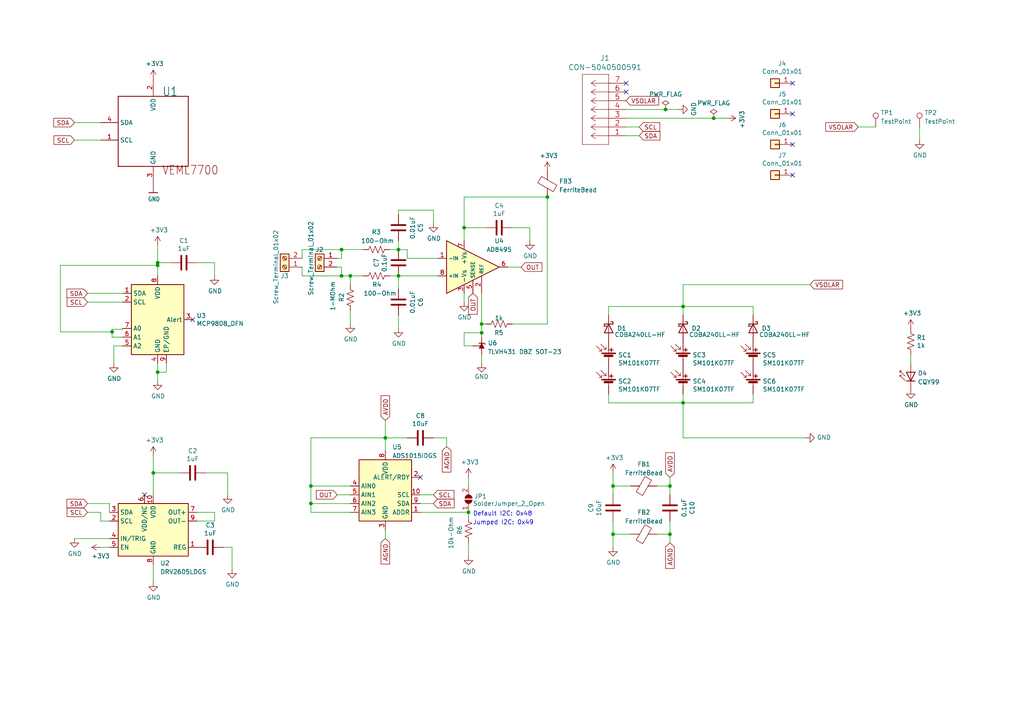
<source format=kicad_sch>
(kicad_sch (version 20211123) (generator eeschema)
  (paper "A4")
  (title_block (title "Solar Panel Board -Z") (date "2023-03-20") (rev "V3") (company "CPP BroncoSpace"))
  (lib_symbols
    (symbol "Adafruit VEML7700-eagle-import:GND" (power)
      (property "Value" "GND" (at -1.524 -2.54 0))
      (symbol "GND_1_0"
        (polyline (pts (xy -1.27 0) (xy 1.27 0)) (stroke (width 0.254)))
        (pin power_in line (at 0 2.54 270) (length 2.54) (name "GND") (number "1"))
      )
    )
    (symbol "Adafruit VEML7700-eagle-import:VEML7700"
      (property "Reference" "IC" (at 2.54 10.16 0))
      (symbol "VEML7700_1_0"
        (polyline (pts (xy -10.16 -10.16) (xy -10.16 10.16)) (stroke (width 0.254)))
        (polyline (pts (xy -10.16 10.16) (xy 10.16 10.16)) (stroke (width 0.254)))
        (polyline (pts (xy 10.16 -10.16) (xy -10.16 -10.16)) (stroke (width 0.254)))
        (polyline (pts (xy 10.16 10.16) (xy 10.16 -10.16)) (stroke (width 0.254)))
        (text "VEML7700" (at 2.54 -12.7 0) (effects (font (size 2.54 2.159)) (justify left bottom)))
        (pin bidirectional line (at -15.24 -2.54 0) (length 5.08) (name "SCL") (number "1"))
        (pin power_in line (at 0 15.24 270) (length 5.08) (name "VDD") (number "2"))
        (pin power_in line (at 0 -15.24 90) (length 5.08) (name "GND") (number "3"))
        (pin bidirectional line (at -15.24 2.54 0) (length 5.08) (name "SDA") (number "4"))
      )
    )
    (symbol "Analog_ADC:ADS1015IDGS"
      (property "Reference" "U" (at 2.54 13.97 0))
      (property "Value" "ADS1015IDGS" (at 7.62 11.43 0))
      (symbol "ADS1015IDGS_0_1"
        (rectangle (start -7.62 10.16) (end 7.62 -7.62) (stroke (width 0.254)) (fill (type background)))
      )
      (symbol "ADS1015IDGS_1_1"
        (pin input line (at 10.16 -5.08 180) (length 2.54) (name "ADDR") (number "1"))
        (pin input line (at 10.16 0 180) (length 2.54) (name "SCL") (number "10"))
        (pin output line (at 10.16 5.08 180) (length 2.54) (name "ALERT/RDY") (number "2"))
        (pin power_in line (at 0 -10.16 90) (length 2.54) (name "GND") (number "3"))
        (pin input line (at -10.16 2.54 0) (length 2.54) (name "AIN0") (number "4"))
        (pin input line (at -10.16 0 0) (length 2.54) (name "AIN1") (number "5"))
        (pin input line (at -10.16 -2.54 0) (length 2.54) (name "AIN2") (number "6"))
        (pin input line (at -10.16 -5.08 0) (length 2.54) (name "AIN3") (number "7"))
        (pin power_in line (at 0 12.7 270) (length 2.54) (name "VDD") (number "8"))
        (pin bidirectional line (at 10.16 -2.54 180) (length 2.54) (name "SDA") (number "9"))
      )
    )
    (symbol "Connector:Screw_Terminal_01x02" (pin_names (offset 1.016) hide)
      (property "Reference" "J" (at 0 2.54 0))
      (property "Value" "Screw_Terminal_01x02" (at 0 -5.08 0))
      (symbol "Screw_Terminal_01x02_1_1"
        (rectangle (start -1.27 1.27) (end 1.27 -3.81) (stroke (width 0.254)) (fill (type background)))
        (circle (center 0 -2.54) (radius 0.635) (stroke (width 0.1524)))
        (polyline (pts (xy -0.5334 -2.2098) (xy 0.3302 -3.048)) (stroke (width 0.1524)))
        (polyline (pts (xy -0.5334 0.3302) (xy 0.3302 -0.508)) (stroke (width 0.1524)))
        (polyline (pts (xy -0.3556 -2.032) (xy 0.508 -2.8702)) (stroke (width 0.1524)))
        (polyline (pts (xy -0.3556 0.508) (xy 0.508 -0.3302)) (stroke (width 0.1524)))
        (circle (center 0 0) (radius 0.635) (stroke (width 0.1524)))
        (pin passive line (at -5.08 0 0) (length 3.81) (name "Pin_1") (number "1"))
        (pin passive line (at -5.08 -2.54 0) (length 3.81) (name "Pin_2") (number "2"))
      )
    )
    (symbol "Connector:TestPoint" (pin_numbers hide) (pin_names (offset 0.762) hide)
      (property "Reference" "TP" (at 0 6.858 0))
      (property "Value" "TestPoint" (at 0 5.08 0))
      (symbol "TestPoint_0_1"
        (circle (center 0 3.302) (radius 0.762))
      )
      (symbol "TestPoint_1_1"
        (pin passive line (at 0 0 90) (length 2.54) (name "1") (number "1"))
      )
    )
    (symbol "Connector_Generic:Conn_01x01" (pin_names (offset 1.016) hide)
      (property "Reference" "J" (at 0 2.54 0))
      (property "Value" "Conn_01x01" (at 0 -2.54 0))
      (symbol "Conn_01x01_1_1"
        (rectangle (start -1.27 0.127) (end 0 -0.127) (stroke (width 0.1524)))
        (rectangle (start -1.27 1.27) (end 1.27 -1.27) (stroke (width 0.254)) (fill (type background)))
        (pin passive line (at -5.08 0 0) (length 3.81) (name "Pin_1") (number "1"))
      )
    )
    (symbol "Device:C" (pin_numbers hide) (pin_names (offset 0.254))
      (property "Reference" "C" (at 0.635 2.54 0))
      (property "Value" "C" (at 0.635 -2.54 0))
      (symbol "C_0_1"
        (polyline (pts (xy -2.032 -0.762) (xy 2.032 -0.762)) (stroke (width 0.508)))
        (polyline (pts (xy -2.032 0.762) (xy 2.032 0.762)) (stroke (width 0.508)))
      )
      (symbol "C_1_1"
        (pin passive line (at 0 3.81 270) (length 2.794) (name "~") (number "1"))
        (pin passive line (at 0 -3.81 90) (length 2.794) (name "~") (number "2"))
      )
    )
    (symbol "Device:D_Schottky" (pin_numbers hide) (pin_names (offset 1.016) hide)
      (property "Reference" "D" (at 0 2.54 0))
      (property "Value" "D_Schottky" (at 0 -2.54 0))
      (symbol "D_Schottky_0_1"
        (polyline (pts (xy 1.27 0) (xy -1.27 0)))
        (polyline (pts (xy 1.27 1.27) (xy 1.27 -1.27) (xy -1.27 0) (xy 1.27 1.27)) (stroke (width 0.254)))
        (polyline (pts (xy -1.905 0.635) (xy -1.905 1.27) (xy -1.27 1.27) (xy -1.27 -1.27) (xy -0.635 -1.27) (xy -0.635 -0.635)) (stroke (width 0.254)))
      )
      (symbol "D_Schottky_1_1"
        (pin passive line (at -3.81 0 0) (length 2.54) (name "K") (number "1"))
        (pin passive line (at 3.81 0 180) (length 2.54) (name "A") (number "2"))
      )
    )
    (symbol "Device:FerriteBead" (pin_numbers hide) (pin_names (offset 0))
      (property "Reference" "FB" (at -3.81 0.635 90))
      (property "Value" "FerriteBead" (at 3.81 0 90))
      (symbol "FerriteBead_0_1"
        (polyline (pts (xy 0 -1.27) (xy 0 -1.2192)))
        (polyline (pts (xy 0 1.27) (xy 0 1.2954)))
        (polyline (pts (xy -2.7686 0.4064) (xy -1.7018 2.2606) (xy 2.7686 -0.3048) (xy 1.6764 -2.159) (xy -2.7686 0.4064)))
      )
      (symbol "FerriteBead_1_1"
        (pin passive line (at 0 3.81 270) (length 2.54) (name "~") (number "1"))
        (pin passive line (at 0 -3.81 90) (length 2.54) (name "~") (number "2"))
      )
    )
    (symbol "Device:R_US" (pin_numbers hide) (pin_names (offset 0))
      (property "Reference" "R" (at 2.54 0 90))
      (property "Value" "R_US" (at -2.54 0 90))
      (symbol "R_US_0_1"
        (polyline (pts (xy 0 -2.286) (xy 0 -2.54)))
        (polyline (pts (xy 0 2.286) (xy 0 2.54)))
        (polyline (pts (xy 0 -0.762) (xy 1.016 -1.143) (xy 0 -1.524) (xy -1.016 -1.905) (xy 0 -2.286)))
        (polyline (pts (xy 0 0.762) (xy 1.016 0.381) (xy 0 0) (xy -1.016 -0.381) (xy 0 -0.762)))
        (polyline (pts (xy 0 2.286) (xy 1.016 1.905) (xy 0 1.524) (xy -1.016 1.143) (xy 0 0.762)))
      )
      (symbol "R_US_1_1"
        (pin passive line (at 0 3.81 270) (length 1.27) (name "~") (number "1"))
        (pin passive line (at 0 -3.81 90) (length 1.27) (name "~") (number "2"))
      )
    )
    (symbol "Device:Solar_Cell" (pin_numbers hide) (pin_names (offset 0) hide)
      (property "Reference" "SC" (at 2.54 2.54 0))
      (property "Value" "Solar_Cell" (at 2.54 0 0))
      (symbol "Solar_Cell_0_1"
        (rectangle (start -2.032 1.778) (end 2.032 1.524) (fill (type outline)))
        (rectangle (start -1.3208 1.1938) (end 1.27 0.6858) (fill (type outline)))
        (polyline (pts (xy -2.032 2.286) (xy -3.556 3.81)))
        (polyline (pts (xy -0.762 2.794) (xy -2.286 4.318)))
        (polyline (pts (xy 0 0.762) (xy 0 0)))
        (polyline (pts (xy 0 1.778) (xy 0 2.54)))
        (polyline (pts (xy 0.254 2.667) (xy 1.27 2.667)) (stroke (width 0.254)))
        (polyline (pts (xy 0.762 3.175) (xy 0.762 2.159)) (stroke (width 0.254)))
        (polyline (pts (xy -2.032 3.048) (xy -2.032 2.286) (xy -2.794 2.286)))
        (polyline (pts (xy -0.762 3.556) (xy -0.762 2.794) (xy -1.524 2.794)))
      )
      (symbol "Solar_Cell_1_1"
        (pin passive line (at 0 5.08 270) (length 2.54) (name "+") (number "1"))
        (pin passive line (at 0 -2.54 90) (length 2.54) (name "-") (number "2"))
      )
    )
    (symbol "Driver_Haptic:DRV2605LDGS"
      (property "Reference" "U" (at -10.16 8.255 0))
      (property "Value" "DRV2605LDGS" (at 2.54 -8.89 0))
      (symbol "DRV2605LDGS_0_1"
        (rectangle (start -10.16 7.62) (end 10.16 -7.62) (stroke (width 0.254)) (fill (type background)))
      )
      (symbol "DRV2605LDGS_1_1"
        (pin passive line (at 12.7 -5.08 180) (length 2.54) (name "REG") (number "1"))
        (pin power_in line (at 0 10.16 270) (length 2.54) (name "VDD") (number "10"))
        (pin input line (at -12.7 2.54 0) (length 2.54) (name "SCL") (number "2"))
        (pin bidirectional line (at -12.7 5.08 0) (length 2.54) (name "SDA") (number "3"))
        (pin input line (at -12.7 -2.54 0) (length 2.54) (name "IN/TRIG") (number "4"))
        (pin input line (at -12.7 -5.08 0) (length 2.54) (name "EN") (number "5"))
        (pin power_in line (at -2.54 10.16 270) (length 2.54) (name "VDD/NC") (number "6"))
        (pin output line (at 12.7 5.08 180) (length 2.54) (name "OUT+") (number "7"))
        (pin power_in line (at 0 -10.16 90) (length 2.54) (name "GND") (number "8"))
        (pin output line (at 12.7 2.54 180) (length 2.54) (name "OUT-") (number "9"))
      )
    )
    (symbol "Jumper:SolderJumper_2_Open" (pin_names (offset 0) hide)
      (property "Reference" "JP" (at 0 2.032 0))
      (property "Value" "SolderJumper_2_Open" (at 0 -2.54 0))
      (symbol "SolderJumper_2_Open_0_1"
        (arc (start -0.254 1.016) (mid -1.27 0) (end -0.254 -1.016))
        (arc (start -0.254 1.016) (mid -1.27 0) (end -0.254 -1.016) (fill (type outline)))
        (polyline (pts (xy -0.254 1.016) (xy -0.254 -1.016)))
        (polyline (pts (xy 0.254 1.016) (xy 0.254 -1.016)))
        (arc (start 0.254 -1.016) (mid 1.27 0) (end 0.254 1.016))
        (arc (start 0.254 -1.016) (mid 1.27 0) (end 0.254 1.016) (fill (type outline)))
      )
      (symbol "SolderJumper_2_Open_1_1"
        (pin passive line (at -3.81 0 0) (length 2.54) (name "A") (number "1"))
        (pin passive line (at 3.81 0 180) (length 2.54) (name "B") (number "2"))
      )
    )
    (symbol "LED:CQY99" (pin_numbers hide) (pin_names (offset 1.016) hide)
      (property "Reference" "D" (at 0.508 1.778 0))
      (property "Value" "CQY99" (at -1.016 -2.794 0))
      (symbol "CQY99_0_1"
        (polyline (pts (xy -2.54 1.27) (xy -2.54 -1.27)) (stroke (width 0.254)))
        (polyline (pts (xy 0 0) (xy -2.54 0)))
        (polyline (pts (xy 0.381 3.175) (xy -0.127 3.175)))
        (polyline (pts (xy -1.143 1.651) (xy 0.381 3.175) (xy 0.381 2.667)))
        (polyline (pts (xy 0 -1.27) (xy -2.54 0) (xy 0 1.27) (xy 0 -1.27)) (stroke (width 0.254)))
        (polyline (pts (xy -2.413 1.651) (xy -0.889 3.175) (xy -0.889 2.667) (xy -0.889 3.175) (xy -1.397 3.175)))
      )
      (symbol "CQY99_1_1"
        (pin passive line (at -5.08 0 0) (length 2.54) (name "K") (number "1"))
        (pin passive line (at 2.54 0 180) (length 2.54) (name "A") (number "2"))
      )
    )
    (symbol "Reference_Voltage:TL431DBZ" (pin_numbers hide) (pin_names hide)
      (property "Reference" "U" (at -2.54 2.54 0))
      (property "Value" "TL431DBZ" (at 0 -2.54 0))
      (symbol "TL431DBZ_0_1"
        (polyline (pts (xy -1.27 0) (xy 0 0) (xy 1.27 0)))
        (polyline (pts (xy -0.762 0.762) (xy 0.762 0) (xy -0.762 -0.762)) (fill (type outline)))
        (polyline (pts (xy 0.508 -1.016) (xy 0.762 -0.762) (xy 0.762 0.762) (xy 0.762 0.762)) (stroke (width 0.254)))
      )
      (symbol "TL431DBZ_1_1"
        (pin passive line (at 2.54 0 180) (length 2.54) (name "K") (number "1"))
        (pin passive line (at 0 2.54 270) (length 2.54) (name "REF") (number "2"))
        (pin passive line (at -2.54 0 0) (length 2.54) (name "A") (number "3"))
      )
    )
    (symbol "Sensor_Temperature:AD8495"
      (property "Reference" "U" (at 5.08 3.81 0))
      (property "Value" "AD8495" (at 8.89 -3.81 0))
      (symbol "AD8495_0_1"
        (polyline (pts (xy -7.62 7.62) (xy 7.62 0) (xy -7.62 -7.62) (xy -7.62 7.62)) (stroke (width 0.254)) (fill (type background)))
      )
      (symbol "AD8495_1_1"
        (pin input line (at -10.16 2.54 0) (length 2.54) (name "-IN") (number "1"))
        (pin input line (at 2.54 -7.62 90) (length 5.08) (name "REF") (number "2"))
        (pin power_in line (at -2.54 -7.62 90) (length 2.54) (name "-Vs") (number "3"))
        (pin no_connect line (at -5.08 0 180) (length 2.54) hide (name "NC") (number "4"))
        (pin passive line (at 0 -7.62 90) (length 3.81) (name "SENSE") (number "5"))
        (pin output line (at 10.16 0 180) (length 2.54) (name "~") (number "6"))
        (pin power_in line (at -2.54 7.62 270) (length 2.54) (name "+Vs") (number "7"))
        (pin input line (at -10.16 -2.54 0) (length 2.54) (name "+IN") (number "8"))
      )
    )
    (symbol "Sensor_Temperature:MCP9808_DFN"
      (property "Reference" "U" (at -6.35 11.43 0))
      (property "Value" "MCP9808_DFN" (at 10.16 11.43 0))
      (symbol "MCP9808_DFN_0_1"
        (rectangle (start -7.62 10.16) (end 7.62 -10.16) (stroke (width 0.254)) (fill (type background)))
      )
      (symbol "MCP9808_DFN_1_1"
        (pin bidirectional line (at -10.16 7.62 0) (length 2.54) (name "SDA") (number "1"))
        (pin input line (at -10.16 5.08 0) (length 2.54) (name "SCL") (number "2"))
        (pin output line (at 10.16 0 180) (length 2.54) (name "Alert") (number "3"))
        (pin power_in line (at 0 -12.7 90) (length 2.54) (name "GND") (number "4"))
        (pin input line (at -10.16 -7.62 0) (length 2.54) (name "A2") (number "5"))
        (pin input line (at -10.16 -5.08 0) (length 2.54) (name "A1") (number "6"))
        (pin input line (at -10.16 -2.54 0) (length 2.54) (name "A0") (number "7"))
        (pin power_in line (at 0 12.7 270) (length 2.54) (name "VDD") (number "8"))
        (pin power_in line (at 2.54 -12.7 90) (length 2.54) (name "EP/GND") (number "9"))
      )
    )
    (symbol "power:GND" (power) (pin_names (offset 0))
      (property "Value" "GND" (at 0 -3.81 0))
      (symbol "GND_0_1"
        (polyline (pts (xy 0 0) (xy 0 -1.27) (xy 1.27 -1.27) (xy 0 -2.54) (xy -1.27 -1.27) (xy 0 -1.27)))
      )
      (symbol "GND_1_1"
        (pin power_in line (at 0 0 270) (length 0) hide (name "GND") (number "1"))
      )
    )
    (symbol "power:PWR_FLAG" (power) (pin_numbers hide) (pin_names (offset 0) hide)
      (property "Value" "PWR_FLAG" (at 0 3.81 0))
      (symbol "PWR_FLAG_0_0"
        (pin power_out line (at 0 0 90) (length 0) (name "pwr") (number "1"))
      )
      (symbol "PWR_FLAG_0_1"
        (polyline (pts (xy 0 0) (xy 0 1.27) (xy -1.016 1.905) (xy 0 2.54) (xy 1.016 1.905) (xy 0 1.27)))
      )
    )
    (symbol "solar-panel-side-Z-rescue:+3.3V-power" (power) (pin_names (offset 0))
      (property "Value" "+3.3V-power" (at 0 3.556 0))
      (symbol "+3.3V-power_0_1"
        (polyline (pts (xy -0.762 1.27) (xy 0 2.54)))
        (polyline (pts (xy 0 0) (xy 0 2.54)))
        (polyline (pts (xy 0 2.54) (xy 0.762 1.27)))
      )
      (symbol "+3.3V-power_1_1"
        (pin power_in line (at 0 0 90) (length 0) hide (name "+3V3") (number "1"))
      )
    )
    (symbol "solar-panel-side-Z-rescue:CON-5040500591-ExtraComponents" (pin_names (offset 0.254) hide)
      (property "Reference" "J" (at 8.89 6.35 0))
      (property "Value" "CON-5040500591-ExtraComponents" (at 10.16 -7.62 0))
      (symbol "CON-5040500591-ExtraComponents_1_1"
        (polyline (pts (xy 5.08 -17.78) (xy 12.7 -17.78)) (stroke (width 0.127)))
        (polyline (pts (xy 5.08 2.54) (xy 5.08 -17.78)) (stroke (width 0.127)))
        (polyline (pts (xy 10.16 -15.24) (xy 5.08 -15.24)) (stroke (width 0.127)))
        (polyline (pts (xy 10.16 -15.24) (xy 8.89 -16.0782)) (stroke (width 0.127)))
        (polyline (pts (xy 10.16 -15.24) (xy 8.89 -14.4018)) (stroke (width 0.127)))
        (polyline (pts (xy 10.16 -12.7) (xy 5.08 -12.7)) (stroke (width 0.127)))
        (polyline (pts (xy 10.16 -12.7) (xy 8.89 -13.5382)) (stroke (width 0.127)))
        (polyline (pts (xy 10.16 -12.7) (xy 8.89 -11.8618)) (stroke (width 0.127)))
        (polyline (pts (xy 10.16 -10.16) (xy 5.08 -10.16)) (stroke (width 0.127)))
        (polyline (pts (xy 10.16 -10.16) (xy 8.89 -10.9982)) (stroke (width 0.127)))
        (polyline (pts (xy 10.16 -10.16) (xy 8.89 -9.3218)) (stroke (width 0.127)))
        (polyline (pts (xy 10.16 -7.62) (xy 5.08 -7.62)) (stroke (width 0.127)))
        (polyline (pts (xy 10.16 -7.62) (xy 8.89 -8.4582)) (stroke (width 0.127)))
        (polyline (pts (xy 10.16 -7.62) (xy 8.89 -6.7818)) (stroke (width 0.127)))
        (polyline (pts (xy 10.16 -5.08) (xy 5.08 -5.08)) (stroke (width 0.127)))
        (polyline (pts (xy 10.16 -5.08) (xy 8.89 -5.9182)) (stroke (width 0.127)))
        (polyline (pts (xy 10.16 -5.08) (xy 8.89 -4.2418)) (stroke (width 0.127)))
        (polyline (pts (xy 10.16 -2.54) (xy 5.08 -2.54)) (stroke (width 0.127)))
        (polyline (pts (xy 10.16 -2.54) (xy 8.89 -3.3782)) (stroke (width 0.127)))
        (polyline (pts (xy 10.16 -2.54) (xy 8.89 -1.7018)) (stroke (width 0.127)))
        (polyline (pts (xy 10.16 0) (xy 5.08 0)) (stroke (width 0.127)))
        (polyline (pts (xy 10.16 0) (xy 8.89 -0.8382)) (stroke (width 0.127)))
        (polyline (pts (xy 10.16 0) (xy 8.89 0.8382)) (stroke (width 0.127)))
        (polyline (pts (xy 12.7 -17.78) (xy 12.7 2.54)) (stroke (width 0.127)))
        (polyline (pts (xy 12.7 2.54) (xy 5.08 2.54)) (stroke (width 0.127)))
        (pin unspecified line (at 0 0 0) (length 5.08) (name "1") (number "1"))
        (pin unspecified line (at 0 -2.54 0) (length 5.08) (name "2") (number "2"))
        (pin unspecified line (at 0 -5.08 0) (length 5.08) (name "3") (number "3"))
        (pin unspecified line (at 0 -7.62 0) (length 5.08) (name "4") (number "4"))
        (pin unspecified line (at 0 -10.16 0) (length 5.08) (name "5") (number "5"))
        (pin unspecified line (at 0 -12.7 0) (length 5.08) (name "6") (number "6"))
        (pin unspecified line (at 0 -15.24 0) (length 5.08) (name "7") (number "7"))
      )
    )
  )
  (junction (at 90.17 146.05))
  (junction (at 194.31 140.97))
  (junction (at 139.7 96.52))
  (junction (at 101.6 80.01))
  (junction (at 45.72 107.95))
  (junction (at 99.06 72.39))
  (junction (at 32.512 96.266))
  (junction (at 177.8 140.97))
  (junction (at 139.7 93.98))
  (junction (at 115.57 72.39))
  (junction (at 44.45 137.16))
  (junction (at 158.75 57.15))
  (junction (at 194.31 154.94))
  (junction (at 198.12 88.9))
  (junction (at 198.12 116.84))
  (junction (at 193.04 31.75))
  (junction (at 45.72 76.2))
  (junction (at 115.57 80.01))
  (junction (at 111.76 127))
  (junction (at 207.01 34.29))
  (junction (at 45.72 76.962))
  (junction (at 135.89 148.59))
  (junction (at 99.06 80.01))
  (junction (at 90.17 140.97))
  (junction (at 134.62 66.04))
  (junction (at 177.8 154.94))
  (no_connect (at 181.61 24.13))
  (no_connect (at 229.87 41.91))
  (no_connect (at 229.87 33.02))
  (no_connect (at 41.91 143.51))
  (no_connect (at 55.88 92.71))
  (no_connect (at 181.61 26.67))
  (no_connect (at 229.87 24.13))
  (no_connect (at 229.87 50.8))
  (no_connect (at 121.92 138.43))
  (wire (pts (xy 115.57 62.23) (xy 115.57 60.96)))
  (wire (pts (xy 190.5 154.94) (xy 194.31 154.94)))
  (wire (pts (xy 25.4 87.63) (xy 35.56 87.63)))
  (wire (pts (xy 99.06 80.01) (xy 87.63 80.01)))
  (wire (pts (xy 198.12 82.55) (xy 234.95 82.55)))
  (wire (pts (xy 134.62 69.85) (xy 134.62 66.04)))
  (wire (pts (xy 101.6 80.01) (xy 105.41 80.01)))
  (wire (pts (xy 139.7 96.52) (xy 139.7 97.79)))
  (wire (pts (xy 139.7 93.98) (xy 139.7 96.52)))
  (wire (pts (xy 48.26 107.95) (xy 45.72 107.95)))
  (wire (pts (xy 32.512 95.504) (xy 35.56 95.504)))
  (wire (pts (xy 181.61 34.29) (xy 207.01 34.29)))
  (wire (pts (xy 181.61 36.83) (xy 185.42 36.83)))
  (wire (pts (xy 29.21 148.59) (xy 29.21 151.13)))
  (wire (pts (xy 44.45 137.16) (xy 44.45 143.51)))
  (wire (pts (xy 101.6 143.51) (xy 97.79 143.51)))
  (wire (pts (xy 177.8 151.13) (xy 177.8 154.94)))
  (wire (pts (xy 101.6 80.01) (xy 101.6 82.55)))
  (wire (pts (xy 153.67 66.04) (xy 153.67 69.85)))
  (wire (pts (xy 134.62 100.33) (xy 137.16 100.33)))
  (wire (pts (xy 31.75 146.05) (xy 31.75 148.59)))
  (wire (pts (xy 62.23 76.2) (xy 62.23 80.01)))
  (wire (pts (xy 127 74.93) (xy 118.11 74.93)))
  (wire (pts (xy 198.12 116.84) (xy 218.44 116.84)))
  (wire (pts (xy 45.72 76.2) (xy 45.72 76.962)))
  (wire (pts (xy 87.63 80.01) (xy 87.63 77.47)))
  (wire (pts (xy 99.06 80.01) (xy 101.6 80.01)))
  (wire (pts (xy 177.8 140.97) (xy 177.8 143.51)))
  (wire (pts (xy 147.32 77.47) (xy 151.13 77.47)))
  (wire (pts (xy 17.526 76.962) (xy 17.526 96.266)))
  (wire (pts (xy 121.92 148.59) (xy 135.89 148.59)))
  (wire (pts (xy 254 36.83) (xy 248.92 36.83)))
  (wire (pts (xy 87.63 72.39) (xy 87.63 74.93)))
  (wire (pts (xy 48.26 105.41) (xy 48.26 107.95)))
  (wire (pts (xy 90.17 127) (xy 111.76 127)))
  (wire (pts (xy 135.89 138.43) (xy 135.89 140.97)))
  (wire (pts (xy 194.31 154.94) (xy 194.31 157.48)))
  (wire (pts (xy 90.17 146.05) (xy 101.6 146.05)))
  (wire (pts (xy 44.45 163.83) (xy 44.45 168.91)))
  (wire (pts (xy 158.75 57.15) (xy 134.62 57.15)))
  (wire (pts (xy 45.72 76.962) (xy 17.526 76.962)))
  (wire (pts (xy 29.21 35.56) (xy 21.59 35.56)))
  (wire (pts (xy 99.06 72.39) (xy 87.63 72.39)))
  (wire (pts (xy 198.12 91.44) (xy 198.12 88.9)))
  (wire (pts (xy 125.73 127) (xy 129.54 127)))
  (wire (pts (xy 32.512 96.266) (xy 32.512 95.504)))
  (wire (pts (xy 194.31 140.97) (xy 194.31 143.51)))
  (wire (pts (xy 57.15 151.13) (xy 62.23 151.13)))
  (wire (pts (xy 97.79 74.93) (xy 99.06 74.93)))
  (wire (pts (xy 198.12 88.9) (xy 218.44 88.9)))
  (wire (pts (xy 177.8 140.97) (xy 182.88 140.97)))
  (wire (pts (xy 25.4 85.09) (xy 35.56 85.09)))
  (wire (pts (xy 134.62 96.52) (xy 139.7 96.52)))
  (wire (pts (xy 57.15 148.59) (xy 62.23 148.59)))
  (wire (pts (xy 129.54 127) (xy 129.54 129.54)))
  (wire (pts (xy 35.56 97.79) (xy 32.512 97.79)))
  (wire (pts (xy 25.4 148.59) (xy 29.21 148.59)))
  (wire (pts (xy 177.8 154.94) (xy 182.88 154.94)))
  (wire (pts (xy 97.79 77.47) (xy 99.06 77.47)))
  (wire (pts (xy 148.59 93.98) (xy 158.75 93.98)))
  (wire (pts (xy 45.72 76.2) (xy 49.53 76.2)))
  (wire (pts (xy 115.57 91.44) (xy 115.57 95.25)))
  (wire (pts (xy 45.72 107.95) (xy 45.72 110.49)))
  (wire (pts (xy 99.06 72.39) (xy 105.41 72.39)))
  (wire (pts (xy 21.59 40.64) (xy 29.21 40.64)))
  (wire (pts (xy 135.89 148.59) (xy 135.89 149.86)))
  (wire (pts (xy 181.61 31.75) (xy 193.04 31.75)))
  (wire (pts (xy 139.7 85.09) (xy 139.7 93.98)))
  (wire (pts (xy 193.04 31.75) (xy 196.85 31.75)))
  (wire (pts (xy 198.12 127) (xy 233.68 127)))
  (wire (pts (xy 176.53 88.9) (xy 198.12 88.9)))
  (wire (pts (xy 177.8 137.16) (xy 177.8 140.97)))
  (wire (pts (xy 134.62 66.04) (xy 140.97 66.04)))
  (wire (pts (xy 194.31 138.43) (xy 194.31 140.97)))
  (wire (pts (xy 90.17 140.97) (xy 101.6 140.97)))
  (wire (pts (xy 113.03 80.01) (xy 115.57 80.01)))
  (wire (pts (xy 29.21 158.75) (xy 31.75 158.75)))
  (wire (pts (xy 45.72 76.962) (xy 45.72 80.01)))
  (wire (pts (xy 25.4 146.05) (xy 31.75 146.05)))
  (wire (pts (xy 121.92 143.51) (xy 125.73 143.51)))
  (wire (pts (xy 113.03 72.39) (xy 115.57 72.39)))
  (wire (pts (xy 198.12 127) (xy 198.12 116.84)))
  (wire (pts (xy 134.62 57.15) (xy 134.62 66.04)))
  (wire (pts (xy 115.57 72.39) (xy 118.11 72.39)))
  (wire (pts (xy 111.76 127) (xy 111.76 130.81)))
  (wire (pts (xy 44.45 137.16) (xy 52.07 137.16)))
  (wire (pts (xy 115.57 80.01) (xy 127 80.01)))
  (wire (pts (xy 176.53 116.84) (xy 198.12 116.84)))
  (wire (pts (xy 45.72 71.12) (xy 45.72 76.2)))
  (wire (pts (xy 198.12 116.84) (xy 198.12 114.3)))
  (wire (pts (xy 90.17 146.05) (xy 90.17 140.97)))
  (wire (pts (xy 59.69 137.16) (xy 66.04 137.16)))
  (wire (pts (xy 177.8 154.94) (xy 177.8 158.75)))
  (wire (pts (xy 181.61 39.37) (xy 185.42 39.37)))
  (wire (pts (xy 115.57 60.96) (xy 125.73 60.96)))
  (wire (pts (xy 90.17 148.59) (xy 90.17 146.05)))
  (wire (pts (xy 134.62 96.52) (xy 134.62 100.33)))
  (wire (pts (xy 194.31 151.13) (xy 194.31 154.94)))
  (wire (pts (xy 66.04 137.16) (xy 66.04 143.51)))
  (wire (pts (xy 29.21 151.13) (xy 31.75 151.13)))
  (wire (pts (xy 17.526 96.266) (xy 32.512 96.266)))
  (wire (pts (xy 64.77 158.75) (xy 67.31 158.75)))
  (wire (pts (xy 99.06 80.01) (xy 99.06 77.47)))
  (wire (pts (xy 90.17 140.97) (xy 90.17 127)))
  (wire (pts (xy 134.62 85.09) (xy 134.62 87.63)))
  (wire (pts (xy 207.01 34.29) (xy 210.82 34.29)))
  (wire (pts (xy 176.53 88.9) (xy 176.53 91.44)))
  (wire (pts (xy 115.57 69.85) (xy 115.57 72.39)))
  (wire (pts (xy 198.12 88.9) (xy 198.12 82.55)))
  (wire (pts (xy 125.73 60.96) (xy 125.73 64.77)))
  (wire (pts (xy 118.11 74.93) (xy 118.11 72.39)))
  (wire (pts (xy 218.44 116.84) (xy 218.44 114.3)))
  (wire (pts (xy 62.23 151.13) (xy 62.23 148.59)))
  (wire (pts (xy 264.16 105.41) (xy 264.16 102.87)))
  (wire (pts (xy 44.45 132.08) (xy 44.45 137.16)))
  (wire (pts (xy 218.44 91.44) (xy 218.44 88.9)))
  (wire (pts (xy 158.75 57.15) (xy 158.75 93.98)))
  (wire (pts (xy 139.7 102.87) (xy 139.7 105.41)))
  (wire (pts (xy 121.92 146.05) (xy 125.73 146.05)))
  (wire (pts (xy 140.97 93.98) (xy 139.7 93.98)))
  (wire (pts (xy 101.6 90.17) (xy 101.6 93.98)))
  (wire (pts (xy 111.76 121.92) (xy 111.76 127)))
  (wire (pts (xy 35.56 95.504) (xy 35.56 95.25)))
  (wire (pts (xy 21.59 156.21) (xy 31.75 156.21)))
  (wire (pts (xy 32.512 97.79) (xy 32.512 96.266)))
  (wire (pts (xy 67.31 158.75) (xy 67.31 165.1)))
  (wire (pts (xy 33.02 100.33) (xy 33.02 105.41)))
  (wire (pts (xy 45.72 105.41) (xy 45.72 107.95)))
  (wire (pts (xy 111.76 153.67) (xy 111.76 156.21)))
  (wire (pts (xy 101.6 148.59) (xy 90.17 148.59)))
  (wire (pts (xy 148.59 66.04) (xy 153.67 66.04)))
  (wire (pts (xy 111.76 127) (xy 118.11 127)))
  (wire (pts (xy 35.56 100.33) (xy 33.02 100.33)))
  (wire (pts (xy 57.15 76.2) (xy 62.23 76.2)))
  (wire (pts (xy 99.06 72.39) (xy 99.06 74.93)))
  (wire (pts (xy 135.89 157.48) (xy 135.89 161.29)))
  (wire (pts (xy 190.5 140.97) (xy 194.31 140.97)))
  (wire (pts (xy 266.7 36.83) (xy 266.7 40.64)))
  (wire (pts (xy 115.57 80.01) (xy 115.57 83.82)))
  (wire (pts (xy 176.53 116.84) (xy 176.53 114.3)))
  (text "Default I2C: 0x48" (at 137.16 149.86 0) (effects (font (size 1.27 1.27)) (justify left bottom)))
  (text "Jumped I2C: 0x49" (at 137.16 152.4 0) (effects (font (size 1.27 1.27)) (justify left bottom)))
  (global_label "SDA" (shape input) (at 21.59 35.56 180) (property "Intersheet References" "${INTERSHEET_REFS}" (effects hide)))
  (global_label "SCL" (shape input) (at 25.4 87.63 180) (property "Intersheet References" "${INTERSHEET_REFS}" (effects hide)))
  (global_label "OUT" (shape input) (at 97.79 143.51 180) (property "Intersheet References" "${INTERSHEET_REFS}" (effects hide)))
  (global_label "AVDD" (shape input) (at 111.76 121.92 90) (property "Intersheet References" "${INTERSHEET_REFS}" (effects hide)))
  (global_label "SDA" (shape input) (at 125.73 146.05 0) (property "Intersheet References" "${INTERSHEET_REFS}" (effects hide)))
  (global_label "OUT" (shape input) (at 151.13 77.47 0) (property "Intersheet References" "${INTERSHEET_REFS}" (effects hide)))
  (global_label "AGND" (shape input) (at 129.54 129.54 270) (property "Intersheet References" "${INTERSHEET_REFS}" (effects hide)))
  (global_label "SDA" (shape input) (at 185.42 39.37 0) (property "Intersheet References" "${INTERSHEET_REFS}" (effects hide)))
  (global_label "VSOLAR" (shape input) (at 234.95 82.55 0) (property "Intersheet References" "${INTERSHEET_REFS}" (effects hide)))
  (global_label "SCL" (shape input) (at 125.73 143.51 0) (property "Intersheet References" "${INTERSHEET_REFS}" (effects hide)))
  (global_label "SCL" (shape input) (at 25.4 148.59 180) (property "Intersheet References" "${INTERSHEET_REFS}" (effects hide)))
  (global_label "SCL" (shape input) (at 21.59 40.64 180) (property "Intersheet References" "${INTERSHEET_REFS}" (effects hide)))
  (global_label "SDA" (shape input) (at 25.4 146.05 180) (property "Intersheet References" "${INTERSHEET_REFS}" (effects hide)))
  (global_label "AVDD" (shape input) (at 194.31 138.43 90) (property "Intersheet References" "${INTERSHEET_REFS}" (effects hide)))
  (global_label "VSOLAR" (shape input) (at 248.92 36.83 180) (property "Intersheet References" "${INTERSHEET_REFS}" (effects hide)))
  (global_label "AGND" (shape input) (at 111.76 156.21 270) (property "Intersheet References" "${INTERSHEET_REFS}" (effects hide)))
  (global_label "SDA" (shape input) (at 25.4 85.09 180) (property "Intersheet References" "${INTERSHEET_REFS}" (effects hide)))
  (global_label "OUT" (shape input) (at 137.16 85.09 270) (property "Intersheet References" "${INTERSHEET_REFS}" (effects hide)))
  (global_label "AGND" (shape input) (at 194.31 157.48 270) (property "Intersheet References" "${INTERSHEET_REFS}" (effects hide)))
  (global_label "SCL" (shape input) (at 185.42 36.83 0) (property "Intersheet References" "${INTERSHEET_REFS}" (effects hide)))
  (global_label "VSOLAR" (shape input) (at 181.61 29.21 0) (property "Intersheet References" "${INTERSHEET_REFS}" (effects hide)))
  (symbol (lib_id "Device:D_Schottky") (at 176.53 95.25 270) (unit 1)
    (property "Reference" "D1" (at 180.34 95.25 90))
    (property "Value" "CDBA240LL-HF" (at 193.04 97.79 90) (effects (justify right bottom)))
    (property "Footprint" "SolarPanelBoards:DO-214AC" (effects hide))
  )
  (symbol (lib_id "Device:Solar_Cell") (at 176.53 111.76 0) (unit 1)
    (property "Reference" "SC2" (at 179.2732 110.5916 0) (effects (justify left)))
    (property "Value" "SM101K07TF" (at 179.2732 112.903 0) (effects (justify left)))
    (property "Footprint" "SolarPanelBoards:KXOB101K08F-TR" (effects hide))
  )
  (symbol (lib_id "Device:Solar_Cell") (at 198.12 104.14 0) (unit 1)
    (property "Reference" "SC3" (at 200.8632 102.9716 0) (effects (justify left)))
    (property "Value" "SM101K07TF" (at 200.8632 105.283 0) (effects (justify left)))
    (property "Footprint" "SolarPanelBoards:KXOB101K08F-TR" (effects hide))
  )
  (symbol (lib_id "Device:Solar_Cell") (at 198.12 111.76 0) (unit 1)
    (property "Reference" "SC4" (at 200.8632 110.5916 0) (effects (justify left)))
    (property "Value" "SM101K07TF" (at 200.8632 112.903 0) (effects (justify left)))
    (property "Footprint" "SolarPanelBoards:KXOB101K08F-TR" (effects hide))
  )
  (symbol (lib_id "Device:Solar_Cell") (at 176.53 104.14 0) (unit 1)
    (property "Reference" "SC1" (at 179.2732 102.9716 0) (effects (justify left)))
    (property "Value" "SM101K07TF" (at 179.2732 105.283 0) (effects (justify left)))
    (property "Footprint" "SolarPanelBoards:KXOB101K08F-TR" (effects hide))
  )
  (symbol (lib_id "Device:D_Schottky") (at 198.12 95.25 270) (unit 1)
    (property "Reference" "D2" (at 201.93 95.25 90))
    (property "Value" "CDBA240LL-HF" (at 214.63 97.79 90) (effects (justify right bottom)))
    (property "Footprint" "SolarPanelBoards:DO-214AC" (effects hide))
  )
  (symbol (lib_id "power:GND") (at 233.68 127 90) (unit 1)
    (property "Reference" "#PWR023" (effects hide))
    (property "Value" "GND" (at 236.9312 126.873 90) (effects (justify right)))
  )
  (symbol (lib_id "solar-panel-side-Z-rescue:+3.3V-power") (at 210.82 34.29 270) (unit 1)
    (property "Reference" "#PWR021" (effects hide))
    (property "Value" "+3.3V" (at 215.2142 34.671 0))
  )
  (symbol (lib_id "power:PWR_FLAG") (at 207.01 34.29 0) (unit 1)
    (property "Reference" "#FLG02" (effects hide))
    (property "Value" "PWR_FLAG" (at 207.01 29.8958 0))
  )
  (symbol (lib_id "Device:Solar_Cell") (at 218.44 111.76 0) (unit 1)
    (property "Reference" "SC6" (at 221.1832 110.5916 0) (effects (justify left)))
    (property "Value" "SM101K07TF" (at 221.1832 112.903 0) (effects (justify left)))
    (property "Footprint" "SolarPanelBoards:KXOB101K08F-TR" (effects hide))
  )
  (symbol (lib_id "Device:Solar_Cell") (at 218.44 104.14 0) (unit 1)
    (property "Reference" "SC5" (at 221.1832 102.9716 0) (effects (justify left)))
    (property "Value" "SM101K07TF" (at 221.1832 105.283 0) (effects (justify left)))
    (property "Footprint" "SolarPanelBoards:KXOB101K08F-TR" (effects hide))
  )
  (symbol (lib_id "Device:D_Schottky") (at 218.44 95.25 270) (unit 1)
    (property "Reference" "D3" (at 222.25 95.25 90))
    (property "Value" "CDBA240LL-HF" (at 234.95 97.79 90) (effects (justify right bottom)))
    (property "Footprint" "SolarPanelBoards:DO-214AC" (effects hide))
  )
  (symbol (lib_id "solar-panel-side-Z-rescue:CON-5040500591-ExtraComponents") (at 181.61 39.37 180) (unit 1)
    (property "Reference" "J1" (at 175.4632 16.8402 0) (effects (font (size 1.524 1.524))))
    (property "Value" "CON-5040500591" (at 175.4632 19.5326 0) (effects (font (size 1.524 1.524))))
    (property "Footprint" "SolarPanelBoards:CON_5040500591" (effects hide))
  )
  (symbol (lib_id "Connector_Generic:Conn_01x01") (at 224.79 24.13 180) (unit 1)
    (property "Reference" "J4" (at 226.8728 18.415 0))
    (property "Value" "Conn_01x01" (at 226.8728 20.7264 0))
    (property "Footprint" "SolarPanelBoards:MountingHoles" (effects hide))
  )
  (symbol (lib_id "Connector_Generic:Conn_01x01") (at 224.79 33.02 180) (unit 1)
    (property "Reference" "J5" (at 226.8728 27.305 0))
    (property "Value" "Conn_01x01" (at 226.8728 29.6164 0))
    (property "Footprint" "SolarPanelBoards:MountingHoles" (effects hide))
  )
  (symbol (lib_id "Connector_Generic:Conn_01x01") (at 224.79 41.91 180) (unit 1)
    (property "Reference" "J6" (at 226.8728 36.195 0))
    (property "Value" "Conn_01x01" (at 226.8728 38.5064 0))
    (property "Footprint" "SolarPanelBoards:MountingHoles" (effects hide))
  )
  (symbol (lib_id "Connector_Generic:Conn_01x01") (at 224.79 50.8 180) (unit 1)
    (property "Reference" "J7" (at 226.8728 45.085 0))
    (property "Value" "Conn_01x01" (at 226.8728 47.3964 0))
    (property "Footprint" "SolarPanelBoards:MountingHoles" (effects hide))
  )
  (symbol (lib_id "Device:C") (at 177.8 147.32 180) (unit 1)
    (property "Reference" "C9" (at 171.3992 147.32 90))
    (property "Value" "10uF" (at 173.7106 147.32 90))
    (property "Footprint" "Capacitor_SMD:C_0805_2012Metric" (effects hide))
  )
  (symbol (lib_id "Adafruit VEML7700-eagle-import:VEML7700") (at 44.45 38.1 0) (unit 1)
    (property "Reference" "U1" (at 46.99 27.94 0) (effects (font (size 2.54 2.159)) (justify left bottom)))
    (property "Value" "VEML7700" (effects hide))
    (property "Footprint" "VEML7700-TT:XDCR_VEML7700-TT" (effects hide))
  )
  (symbol (lib_id "power:GND") (at 62.23 80.01 0) (unit 1)
    (property "Reference" "#PWR010" (effects hide))
    (property "Value" "GND" (at 62.357 84.4042 0))
  )
  (symbol (lib_id "Connector:Screw_Terminal_01x02") (at 92.71 74.93 0) (mirror y) (unit 1)
    (property "Reference" "J2" (at 92.71 72.39 0))
    (property "Value" "Screw_Terminal_01x02" (at 90.17 74.93 90))
    (property "Footprint" "SolarPanelBoards:ScrewTerminal" (effects hide))
  )
  (symbol (lib_id "Device:C") (at 55.88 137.16 90) (unit 1)
    (property "Reference" "C2" (at 55.88 130.7592 90))
    (property "Value" "1uF" (at 55.88 133.0706 90))
    (property "Footprint" "Capacitor_SMD:C_0805_2012Metric" (effects hide))
  )
  (symbol (lib_id "Adafruit VEML7700-eagle-import:GND") (at 44.45 55.88 0) (unit 1)
    (property "Reference" "#U$0101" (effects hide))
    (property "Value" "GND" (at 42.926 58.42 0) (effects (font (size 1.27 1.0795)) (justify left bottom)))
    (property "Footprint" "Adafruit VEML7700:" (effects hide))
  )
  (symbol (lib_id "power:GND") (at 44.45 168.91 0) (unit 1)
    (property "Reference" "#PWR06" (effects hide))
    (property "Value" "GND" (at 44.577 173.3042 0))
  )
  (symbol (lib_id "Device:FerriteBead") (at 158.75 53.34 180) (unit 1)
    (property "Reference" "FB3" (at 162.1536 52.5561 0) (effects (justify right)))
    (property "Value" "FerriteBead" (at 162.1536 55.093 0) (effects (justify right)))
    (property "Footprint" "Resistor_SMD:R_0603_1608Metric" (effects hide))
  )
  (symbol (lib_id "solar-panel-side-Z-rescue:+3.3V-power") (at 29.21 158.75 90) (unit 1)
    (property "Reference" "#PWR02" (effects hide))
    (property "Value" "+3.3V" (at 29.21 161.29 90))
  )
  (symbol (lib_id "Device:R_US") (at 109.22 72.39 90) (unit 1)
    (property "Reference" "R3" (at 110.49 67.31 90) (effects (justify left)))
    (property "Value" "100-Ohm" (at 114.3 69.85 90) (effects (justify left)))
    (property "Footprint" "Resistor_SMD:R_0603_1608Metric" (effects hide))
  )
  (symbol (lib_id "Device:C") (at 115.57 76.2 180) (unit 1)
    (property "Reference" "C7" (at 109.1692 76.2 90))
    (property "Value" "0.1uF" (at 111.4806 76.2 90))
    (property "Footprint" "Capacitor_SMD:C_0805_2012Metric" (effects hide))
  )
  (symbol (lib_id "power:GND") (at 139.7 105.41 0) (unit 1)
    (property "Reference" "#PWR013" (effects hide))
    (property "Value" "GND" (at 139.7 109.22 0))
  )
  (symbol (lib_id "Device:R_US") (at 109.22 80.01 270) (unit 1)
    (property "Reference" "R4" (at 107.95 82.55 90) (effects (justify left)))
    (property "Value" "100-Ohm" (at 105.41 85.09 90) (effects (justify left)))
    (property "Footprint" "Resistor_SMD:R_0603_1608Metric" (effects hide))
  )
  (symbol (lib_id "Analog_ADC:ADS1015IDGS") (at 111.76 143.51 0) (unit 1)
    (property "Reference" "U5" (at 113.7794 129.6502 0) (effects (justify left)))
    (property "Value" "ADS1015IDGS" (at 113.7794 132.1871 0) (effects (justify left)))
    (property "Footprint" "Package_SO:TSSOP-10_3x3mm_P0.5mm" (effects hide))
    (property "Datasheet" "http://www.ti.com/lit/ds/symlink/ads1015.pdf" (effects hide))
  )
  (symbol (lib_id "Device:R_US") (at 144.78 93.98 90) (unit 1)
    (property "Reference" "R5" (at 146.05 96.52 90) (effects (justify left)))
    (property "Value" "1k" (at 145.923 92.2528 90) (effects (justify left)))
    (property "Footprint" "Resistor_SMD:R_0603_1608Metric" (effects hide))
  )
  (symbol (lib_id "Device:C") (at 194.31 147.32 0) (unit 1)
    (property "Reference" "C10" (at 200.7108 147.32 90))
    (property "Value" "0.1uF" (at 198.3994 147.32 90))
    (property "Footprint" "Capacitor_SMD:C_0805_2012Metric" (effects hide))
  )
  (symbol (lib_id "Sensor_Temperature:AD8495") (at 137.16 77.47 0) (unit 1)
    (property "Reference" "U4" (at 144.78 69.8531 0))
    (property "Value" "AD8495" (at 144.78 72.39 0))
    (property "Footprint" "Package_SO:MSOP-8_3x3mm_P0.65mm" (effects hide))
    (property "Datasheet" "https://www.analog.com/media/en/technical-documentation/data-sheets/ad8494_8495_8496_8497.pdf" (effects hide))
  )
  (symbol (lib_id "Device:C") (at 144.78 66.04 90) (unit 1)
    (property "Reference" "C4" (at 144.78 59.6392 90))
    (property "Value" "1uF" (at 144.78 61.9506 90))
    (property "Footprint" "Capacitor_SMD:C_0805_2012Metric" (effects hide))
  )
  (symbol (lib_id "Connector:Screw_Terminal_01x02") (at 82.55 77.47 180) (unit 1)
    (property "Reference" "J3" (at 82.55 80.01 0))
    (property "Value" "Screw_Terminal_01x02" (at 80.01 77.47 90))
    (property "Footprint" "TerminalBlock:TerminalBlock_bornier-2_P5.08mm" (effects hide))
  )
  (symbol (lib_id "Jumper:SolderJumper_2_Open") (at 135.89 144.78 90) (unit 1)
    (property "Reference" "JP1" (at 137.541 143.9453 90) (effects (justify right)))
    (property "Value" "SolderJumper_2_Open" (at 137.16 146.05 90) (effects (justify right)))
    (property "Footprint" "Jumper:SolderJumper-2_P1.3mm_Open_RoundedPad1.0x1.5mm" (effects hide))
  )
  (symbol (lib_id "power:GND") (at 115.57 95.25 0) (unit 1)
    (property "Reference" "#PWR08" (effects hide))
    (property "Value" "GND" (at 115.697 99.6442 0))
  )
  (symbol (lib_id "power:GND") (at 266.7 40.64 0) (unit 1)
    (property "Reference" "#PWR025" (effects hide))
    (property "Value" "GND" (at 266.827 45.0342 0))
  )
  (symbol (lib_id "power:GND") (at 125.73 64.77 0) (unit 1)
    (property "Reference" "#PWR09" (effects hide))
    (property "Value" "GND" (at 125.857 69.1642 0))
  )
  (symbol (lib_id "Device:C") (at 115.57 87.63 0) (unit 1)
    (property "Reference" "C6" (at 121.9708 87.63 90))
    (property "Value" "0.01uF" (at 119.6594 87.63 90))
    (property "Footprint" "Capacitor_SMD:C_0805_2012Metric" (effects hide))
  )
  (symbol (lib_id "Connector:TestPoint") (at 266.7 36.83 0) (unit 1)
    (property "Reference" "TP2" (at 268.097 32.6933 0) (effects (justify left)))
    (property "Value" "TestPoint" (at 268.097 35.2302 0) (effects (justify left)))
    (property "Footprint" "SolarPanelBoards:Test Pad" (effects hide))
  )
  (symbol (lib_id "Driver_Haptic:DRV2605LDGS") (at 44.45 153.67 0) (unit 1)
    (property "Reference" "U2" (at 46.4694 163.3204 0) (effects (justify left)))
    (property "Value" "DRV2605LDGS" (at 46.4694 165.8573 0) (effects (justify left)))
    (property "Footprint" "Package_SO:VSSOP-10_3x3mm_P0.5mm" (effects hide))
    (property "Datasheet" "http://www.ti.com/lit/ds/symlink/drv2605l.pdf" (effects hide))
  )
  (symbol (lib_id "power:GND") (at 135.89 161.29 0) (unit 1)
    (property "Reference" "#PWR016" (effects hide))
    (property "Value" "GND" (at 136.017 165.6842 0))
  )
  (symbol (lib_id "solar-panel-side-Z-rescue:+3.3V-power") (at 158.75 49.53 0) (unit 1)
    (property "Reference" "#PWR019" (effects hide))
    (property "Value" "+3.3V" (at 159.131 45.1358 0))
  )
  (symbol (lib_id "power:GND") (at 67.31 165.1 0) (unit 1)
    (property "Reference" "#PWR012" (effects hide))
    (property "Value" "GND" (at 67.437 169.4942 0))
  )
  (symbol (lib_id "Reference_Voltage:TL431DBZ") (at 139.7 100.33 90) (unit 1)
    (property "Reference" "U6" (at 141.478 99.4953 90) (effects (justify right)))
    (property "Value" "TLVH431 DBZ SOT-23" (at 141.478 102.0322 90) (effects (justify right)))
    (property "Footprint" "Package_TO_SOT_SMD:SOT-23" (effects hide))
    (property "Datasheet" "http://www.ti.com/lit/ds/symlink/tl431.pdf" (effects hide))
  )
  (symbol (lib_id "Device:R_US") (at 135.89 153.67 180) (unit 1)
    (property "Reference" "R6" (at 133.35 152.4 90) (effects (justify left)))
    (property "Value" "10k-Ohm" (at 130.81 149.86 90) (effects (justify left)))
    (property "Footprint" "Resistor_SMD:R_0603_1608Metric" (effects hide))
  )
  (symbol (lib_id "Device:C") (at 60.96 158.75 90) (unit 1)
    (property "Reference" "C3" (at 60.96 152.3492 90))
    (property "Value" "1uF" (at 60.96 154.6606 90))
    (property "Footprint" "Capacitor_SMD:C_0805_2012Metric" (effects hide))
  )
  (symbol (lib_id "Device:R_US") (at 264.16 99.06 0) (unit 1)
    (property "Reference" "R1" (at 265.8872 97.8916 0) (effects (justify left)))
    (property "Value" "1k" (at 265.8872 100.203 0) (effects (justify left)))
    (property "Footprint" "Resistor_SMD:R_0603_1608Metric" (effects hide))
  )
  (symbol (lib_id "Device:FerriteBead") (at 186.69 154.94 270) (unit 1)
    (property "Reference" "FB2" (at 186.7408 148.5986 90))
    (property "Value" "FerriteBead" (at 186.7408 151.1355 90))
    (property "Footprint" "Resistor_SMD:R_0603_1608Metric" (effects hide))
  )
  (symbol (lib_id "power:GND") (at 66.04 143.51 0) (unit 1)
    (property "Reference" "#PWR011" (effects hide))
    (property "Value" "GND" (at 66.167 147.9042 0))
  )
  (symbol (lib_id "power:GND") (at 101.6 93.98 0) (unit 1)
    (property "Reference" "#PWR04" (effects hide))
    (property "Value" "GND" (at 101.727 98.3742 0))
  )
  (symbol (lib_id "Connector:TestPoint") (at 254 36.83 0) (unit 1)
    (property "Reference" "TP1" (at 255.397 32.6933 0) (effects (justify left)))
    (property "Value" "TestPoint" (at 255.397 35.2302 0) (effects (justify left)))
    (property "Footprint" "SolarPanelBoards:Test Pad" (effects hide))
  )
  (symbol (lib_id "Device:C") (at 115.57 66.04 0) (unit 1)
    (property "Reference" "C5" (at 121.9708 66.04 90))
    (property "Value" "0.01uF" (at 119.6594 66.04 90))
    (property "Footprint" "Capacitor_SMD:C_0805_2012Metric" (effects hide))
  )
  (symbol (lib_id "solar-panel-side-Z-rescue:+3.3V-power") (at 44.45 22.86 0) (unit 1)
    (property "Reference" "#PWR0102" (effects hide))
    (property "Value" "+3.3V" (at 44.831 18.4658 0))
  )
  (symbol (lib_id "power:GND") (at 45.72 110.49 0) (unit 1)
    (property "Reference" "#PWR07" (effects hide))
    (property "Value" "GND" (at 45.847 114.8842 0))
  )
  (symbol (lib_id "power:GND") (at 264.16 113.03 0) (unit 1)
    (property "Reference" "#PWR0104" (effects hide))
    (property "Value" "GND" (at 264.287 117.4242 0))
  )
  (symbol (lib_id "power:GND") (at 21.59 156.21 0) (unit 1)
    (property "Reference" "#PWR01" (effects hide))
    (property "Value" "GND" (at 21.717 160.6042 0))
  )
  (symbol (lib_id "power:GND") (at 196.85 31.75 90) (unit 1)
    (property "Reference" "#PWR020" (effects hide))
    (property "Value" "GND" (at 201.2442 31.623 0))
  )
  (symbol (lib_id "Sensor_Temperature:MCP9808_DFN") (at 45.72 92.71 0) (unit 1)
    (property "Reference" "U3" (at 56.9976 91.5416 0) (effects (justify left)))
    (property "Value" "MCP9808_DFN" (at 56.9976 93.853 0) (effects (justify left)))
    (property "Footprint" "SolarPanelBoards:MCP9808-NoLeadPackage" (effects hide))
    (property "Datasheet" "http://ww1.microchip.com/downloads/en/DeviceDoc/MCP9808-0.5C-Maximum-Accuracy-Digital-Temperature-Sensor-Data-Sheet-DS20005095B.pdf" (effects hide))
  )
  (symbol (lib_id "power:GND") (at 33.02 105.41 0) (unit 1)
    (property "Reference" "#PWR03" (effects hide))
    (property "Value" "GND" (at 33.147 109.8042 0))
  )
  (symbol (lib_id "solar-panel-side-Z-rescue:+3.3V-power") (at 45.72 71.12 0) (unit 1)
    (property "Reference" "#PWR0101" (effects hide))
    (property "Value" "+3.3V" (at 46.101 66.7258 0))
  )
  (symbol (lib_id "solar-panel-side-Z-rescue:+3.3V-power") (at 264.16 95.25 0) (unit 1)
    (property "Reference" "#PWR0103" (effects hide))
    (property "Value" "+3.3V" (at 264.541 90.8558 0))
  )
  (symbol (lib_id "Device:FerriteBead") (at 186.69 140.97 270) (unit 1)
    (property "Reference" "FB1" (at 186.7408 134.6286 90))
    (property "Value" "FerriteBead" (at 186.7408 137.1655 90))
    (property "Footprint" "Resistor_SMD:R_0603_1608Metric" (effects hide))
  )
  (symbol (lib_id "Device:C") (at 53.34 76.2 90) (unit 1)
    (property "Reference" "C1" (at 53.34 69.7992 90))
    (property "Value" "1uF" (at 53.34 72.1106 90))
    (property "Footprint" "Capacitor_SMD:C_0805_2012Metric" (effects hide))
  )
  (symbol (lib_id "power:GND") (at 134.62 87.63 0) (unit 1)
    (property "Reference" "#PWR0106" (effects hide))
    (property "Value" "GND" (at 134.747 92.0242 0))
  )
  (symbol (lib_id "power:GND") (at 177.8 158.75 0) (unit 1)
    (property "Reference" "#PWR018" (effects hide))
    (property "Value" "GND" (at 177.927 163.1442 0))
  )
  (symbol (lib_id "Device:C") (at 121.92 127 90) (unit 1)
    (property "Reference" "C8" (at 121.92 120.5992 90))
    (property "Value" "10uF" (at 121.92 122.9106 90))
    (property "Footprint" "Capacitor_SMD:C_0805_2012Metric" (effects hide))
  )
  (symbol (lib_id "LED:CQY99") (at 264.16 107.95 90) (unit 1)
    (property "Reference" "D4" (at 266.192 108.2583 90) (effects (justify right)))
    (property "Value" "CQY99" (at 266.192 110.7952 90) (effects (justify right)))
    (property "Footprint" "LED_SMD:LED_0603_1608Metric" (effects hide))
    (property "Datasheet" "https://www.prtice.info/IMG/pdf/CQY99.pdf" (effects hide))
  )
  (symbol (lib_id "power:GND") (at 153.67 69.85 0) (unit 1)
    (property "Reference" "#PWR015" (effects hide))
    (property "Value" "GND" (at 153.797 74.2442 0))
  )
  (symbol (lib_id "solar-panel-side-Z-rescue:+3.3V-power") (at 135.89 138.43 0) (unit 1)
    (property "Reference" "#PWR014" (effects hide))
    (property "Value" "+3.3V" (at 136.271 134.0358 0))
  )
  (symbol (lib_id "Device:R_US") (at 101.6 86.36 0) (unit 1)
    (property "Reference" "R2" (at 99.06 87.63 90) (effects (justify left)))
    (property "Value" "1-MOhm" (at 96.52 90.17 90) (effects (justify left)))
    (property "Footprint" "Resistor_SMD:R_0603_1608Metric" (effects hide))
  )
  (symbol (lib_id "solar-panel-side-Z-rescue:+3.3V-power") (at 44.45 132.08 0) (unit 1)
    (property "Reference" "#PWR05" (effects hide))
    (property "Value" "+3.3V" (at 44.831 127.6858 0))
  )
  (symbol (lib_id "power:PWR_FLAG") (at 193.04 31.75 0) (unit 1)
    (property "Reference" "#FLG01" (effects hide))
    (property "Value" "PWR_FLAG" (at 193.04 27.3558 0))
  )
  (symbol (lib_id "solar-panel-side-Z-rescue:+3.3V-power") (at 177.8 137.16 0) (unit 1)
    (property "Reference" "#PWR017" (effects hide))
    (property "Value" "+3.3V" (at 178.181 132.7658 0))
  )
)
</source>
